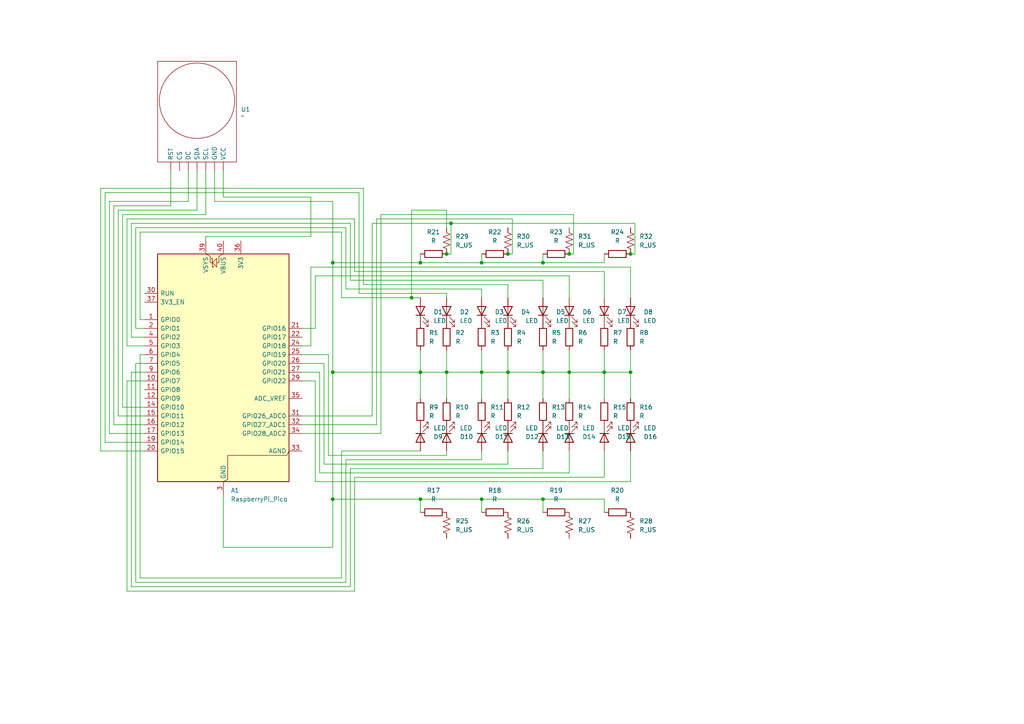
<source format=kicad_sch>
(kicad_sch (version 20250114) (generator "eeschema") (generator_version "9.0")
  (paper "A4")
  (lib_symbols
    (symbol "Device:LED" (pin_numbers (hide yes)) (pin_names (offset 1.016) (hide yes))
      (property "Reference" "D" (at 0 2.54 0))
      (property "Value" "LED" (at 0 -2.54 0))
      (symbol "LED_0_1"
        (polyline (pts (xy -3.048 -0.762) (xy -4.572 -2.286) (xy -3.81 -2.286) (xy -4.572 -2.286) (xy -4.572 -1.524)))
        (polyline (pts (xy -1.778 -0.762) (xy -3.302 -2.286) (xy -2.54 -2.286) (xy -3.302 -2.286) (xy -3.302 -1.524)))
        (polyline (pts (xy -1.27 0) (xy 1.27 0)))
        (polyline (pts (xy -1.27 -1.27) (xy -1.27 1.27)) (stroke (width 0.254)))
        (polyline (pts (xy 1.27 -1.27) (xy 1.27 1.27) (xy -1.27 0) (xy 1.27 -1.27)) (stroke (width 0.254)))
      )
      (symbol "LED_1_1"
        (pin passive line (at -3.81 0 0) (length 2.54) (name "K") (number "1"))
        (pin passive line (at 3.81 0 180) (length 2.54) (name "A") (number "2"))
      )
    )
    (symbol "Device:R" (pin_numbers (hide yes)) (pin_names (offset 0))
      (property "Reference" "R" (at 2.032 0 90))
      (property "Value" "R" (at 0 0 90))
      (symbol "R_0_1"
        (rectangle (start -1.016 -2.54) (end 1.016 2.54) (stroke (width 0.254)))
      )
      (symbol "R_1_1"
        (pin passive line (at 0 3.81 270) (length 1.27) (name "~") (number "1"))
        (pin passive line (at 0 -3.81 90) (length 1.27) (name "~") (number "2"))
      )
    )
    (symbol "Device:R_US" (pin_numbers (hide yes)) (pin_names (offset 0))
      (property "Reference" "R" (at 2.54 0 90))
      (property "Value" "R_US" (at -2.54 0 90))
      (symbol "R_US_0_1"
        (polyline (pts (xy 0 2.286) (xy 0 2.54)))
        (polyline (pts (xy 0 2.286) (xy 1.016 1.905) (xy 0 1.524) (xy -1.016 1.143) (xy 0 0.762)))
        (polyline (pts (xy 0 0.762) (xy 1.016 0.381) (xy 0 0) (xy -1.016 -0.381) (xy 0 -0.762)))
        (polyline (pts (xy 0 -0.762) (xy 1.016 -1.143) (xy 0 -1.524) (xy -1.016 -1.905) (xy 0 -2.286)))
        (polyline (pts (xy 0 -2.286) (xy 0 -2.54)))
      )
      (symbol "R_US_1_1"
        (pin passive line (at 0 3.81 270) (length 1.27) (name "~") (number "1"))
        (pin passive line (at 0 -3.81 90) (length 1.27) (name "~") (number "2"))
      )
    )
    (symbol "KS_Maker:gc9a01"
      (property "Reference" "U" (at 0 0 0))
      (symbol "gc9a01_0_1"
        (rectangle (start -11.43 17.78) (end 11.43 -11.43))
        (circle (center 0 6.35) (radius 10.925))
      )
      (symbol "gc9a01_1_1"
        (pin bidirectional line (at -7.62 -13.97 90) (length 2.54) (name "RST") (number ""))
        (pin bidirectional line (at -5.08 -13.97 90) (length 2.54) (name "CS") (number ""))
        (pin bidirectional line (at -2.54 -13.97 90) (length 2.54) (name "DC") (number ""))
        (pin bidirectional line (at 0 -13.97 90) (length 2.54) (name "SDA") (number ""))
        (pin bidirectional line (at 2.54 -13.97 90) (length 2.54) (name "SCL") (number ""))
        (pin bidirectional line (at 5.08 -13.97 90) (length 2.54) (name "GND") (number ""))
        (pin bidirectional line (at 7.62 -13.97 90) (length 2.54) (name "VCC") (number ""))
      )
    )
    (symbol "MCU_Module:RaspberryPi_Pico" (pin_names (offset 0.762))
      (property "Reference" "A" (at -19.05 35.56 0))
      (property "Value" "RaspberryPi_Pico" (at 7.62 35.56 0))
      (symbol "RaspberryPi_Pico_0_1"
        (rectangle (start -19.05 34.29) (end 19.05 -31.75) (stroke (width 0.254)) (fill (type background)))
        (polyline (pts (xy -5.08 34.29) (xy -3.81 33.655) (xy -3.81 31.75) (xy -3.175 31.75)))
        (polyline (pts (xy -3.429 32.766) (xy -3.429 33.02) (xy -3.175 33.02) (xy -3.175 30.48) (xy -2.921 30.48) (xy -2.921 30.734)))
        (polyline (pts (xy -3.175 31.75) (xy -1.905 33.02) (xy -1.905 30.48) (xy -3.175 31.75)))
        (polyline (pts (xy 0 34.29) (xy -1.27 33.655) (xy -1.27 31.75) (xy -1.905 31.75)))
        (polyline (pts (xy 0 -31.75) (xy 1.27 -31.115) (xy 1.27 -24.13) (xy 18.415 -24.13) (xy 19.05 -22.86)))
      )
      (symbol "RaspberryPi_Pico_1_1"
        (pin passive line (at -22.86 22.86 0) (length 3.81) (name "RUN") (number "30"))
        (pin passive line (at -22.86 20.32 0) (length 3.81) (name "3V3_EN") (number "37"))
        (pin bidirectional line (at -22.86 15.24 0) (length 3.81) (name "GPIO0") (number "1"))
        (pin bidirectional line (at -22.86 12.7 0) (length 3.81) (name "GPIO1") (number "2"))
        (pin bidirectional line (at -22.86 10.16 0) (length 3.81) (name "GPIO2") (number "4"))
        (pin bidirectional line (at -22.86 7.62 0) (length 3.81) (name "GPIO3") (number "5"))
        (pin bidirectional line (at -22.86 5.08 0) (length 3.81) (name "GPIO4") (number "6"))
        (pin bidirectional line (at -22.86 2.54 0) (length 3.81) (name "GPIO5") (number "7"))
        (pin bidirectional line (at -22.86 0 0) (length 3.81) (name "GPIO6") (number "9"))
        (pin bidirectional line (at -22.86 -2.54 0) (length 3.81) (name "GPIO7") (number "10"))
        (pin bidirectional line (at -22.86 -5.08 0) (length 3.81) (name "GPIO8") (number "11"))
        (pin bidirectional line (at -22.86 -7.62 0) (length 3.81) (name "GPIO9") (number "12"))
        (pin bidirectional line (at -22.86 -10.16 0) (length 3.81) (name "GPIO10") (number "14"))
        (pin bidirectional line (at -22.86 -12.7 0) (length 3.81) (name "GPIO11") (number "15"))
        (pin bidirectional line (at -22.86 -15.24 0) (length 3.81) (name "GPIO12") (number "16"))
        (pin bidirectional line (at -22.86 -17.78 0) (length 3.81) (name "GPIO13") (number "17"))
        (pin bidirectional line (at -22.86 -20.32 0) (length 3.81) (name "GPIO14") (number "19"))
        (pin bidirectional line (at -22.86 -22.86 0) (length 3.81) (name "GPIO15") (number "20"))
        (pin power_in line (at -5.08 38.1 270) (length 3.81) (name "VSYS") (number "39"))
        (pin power_out line (at 0 38.1 270) (length 3.81) (name "VBUS") (number "40"))
        (pin passive line (at 0 -35.56 90) (length 3.81) (hide yes) (name "GND") (number "13"))
        (pin passive line (at 0 -35.56 90) (length 3.81) (hide yes) (name "GND") (number "18"))
        (pin passive line (at 0 -35.56 90) (length 3.81) (hide yes) (name "GND") (number "23"))
        (pin passive line (at 0 -35.56 90) (length 3.81) (hide yes) (name "GND") (number "28"))
        (pin power_out line (at 0 -35.56 90) (length 3.81) (name "GND") (number "3"))
        (pin passive line (at 0 -35.56 90) (length 3.81) (hide yes) (name "GND") (number "38"))
        (pin passive line (at 0 -35.56 90) (length 3.81) (hide yes) (name "GND") (number "8"))
        (pin power_out line (at 5.08 38.1 270) (length 3.81) (name "3V3") (number "36"))
        (pin bidirectional line (at 22.86 12.7 180) (length 3.81) (name "GPIO16") (number "21"))
        (pin bidirectional line (at 22.86 10.16 180) (length 3.81) (name "GPIO17") (number "22"))
        (pin bidirectional line (at 22.86 7.62 180) (length 3.81) (name "GPIO18") (number "24"))
        (pin bidirectional line (at 22.86 5.08 180) (length 3.81) (name "GPIO19") (number "25"))
        (pin bidirectional line (at 22.86 2.54 180) (length 3.81) (name "GPIO20") (number "26"))
        (pin bidirectional line (at 22.86 0 180) (length 3.81) (name "GPIO21") (number "27"))
        (pin bidirectional line (at 22.86 -2.54 180) (length 3.81) (name "GPIO22") (number "29"))
        (pin power_in line (at 22.86 -7.62 180) (length 3.81) (name "ADC_VREF") (number "35"))
        (pin bidirectional line (at 22.86 -12.7 180) (length 3.81) (name "GPIO26_ADC0") (number "31"))
        (pin bidirectional line (at 22.86 -15.24 180) (length 3.81) (name "GPIO27_ADC1") (number "32"))
        (pin bidirectional line (at 22.86 -17.78 180) (length 3.81) (name "GPIO28_ADC2") (number "34"))
        (pin power_out line (at 22.86 -22.86 180) (length 3.81) (name "AGND") (number "33"))
      )
    )
  )
  (junction (at 96.52 107.95))
  (junction (at 139.7 76.2))
  (junction (at 139.7 107.95))
  (junction (at 182.88 107.95))
  (junction (at 147.32 73.66))
  (junction (at 165.1 107.95))
  (junction (at 129.54 107.95))
  (junction (at 96.52 144.78))
  (junction (at 165.1 73.66))
  (junction (at 139.7 144.78))
  (junction (at 157.48 144.78))
  (junction (at 121.92 144.78))
  (junction (at 182.88 73.66))
  (junction (at 119.38 86.36))
  (junction (at 121.92 107.95))
  (junction (at 130.81 64.77))
  (junction (at 121.92 76.2))
  (junction (at 147.32 107.95))
  (junction (at 96.52 76.2))
  (junction (at 157.48 107.95))
  (junction (at 129.54 73.66))
  (junction (at 157.48 76.2))
  (junction (at 175.26 107.95))
  (wire (pts (xy 175.26 138.43) (xy 175.26 130.81)))
  (wire (pts (xy 87.63 110.49) (xy 91.44 110.49)))
  (wire (pts (xy 93.98 105.41) (xy 93.98 134.62)))
  (wire (pts (xy 38.1 170.18) (xy 101.6 170.18)))
  (wire (pts (xy 175.26 78.74) (xy 175.26 86.36)))
  (wire (pts (xy 175.26 107.95) (xy 175.26 115.57)))
  (wire (pts (xy 129.54 60.96) (xy 129.54 66.04)))
  (wire (pts (xy 139.7 144.78) (xy 121.92 144.78)))
  (wire (pts (xy 39.37 168.91) (xy 39.37 105.41)))
  (wire (pts (xy 99.06 67.31) (xy 99.06 86.36)))
  (wire (pts (xy 148.59 73.66) (xy 147.32 73.66)))
  (wire (pts (xy 59.69 68.58) (xy 90.17 68.58)))
  (wire (pts (xy 148.59 63.5) (xy 148.59 73.66)))
  (wire (pts (xy 139.7 107.95) (xy 147.32 107.95)))
  (wire (pts (xy 36.83 63.5) (xy 102.87 63.5)))
  (wire (pts (xy 119.38 86.36) (xy 119.38 60.96)))
  (wire (pts (xy 101.6 81.28) (xy 157.48 81.28)))
  (wire (pts (xy 39.37 105.41) (xy 41.91 105.41)))
  (wire (pts (xy 165.1 107.95) (xy 175.26 107.95)))
  (wire (pts (xy 29.21 130.81) (xy 29.21 54.61)))
  (wire (pts (xy 40.64 167.64) (xy 99.06 167.64)))
  (wire (pts (xy 96.52 76.2) (xy 96.52 107.95)))
  (wire (pts (xy 100.33 133.35) (xy 100.33 168.91)))
  (wire (pts (xy 175.26 144.78) (xy 157.48 144.78)))
  (wire (pts (xy 100.33 168.91) (xy 39.37 168.91)))
  (wire (pts (xy 41.91 107.95) (xy 38.1 107.95)))
  (wire (pts (xy 129.54 85.09) (xy 129.54 86.36)))
  (wire (pts (xy 129.54 101.6) (xy 129.54 107.95)))
  (wire (pts (xy 41.91 100.33) (xy 36.83 100.33)))
  (wire (pts (xy 31.75 58.42) (xy 54.61 58.42)))
  (wire (pts (xy 95.25 132.08) (xy 129.54 132.08)))
  (wire (pts (xy 182.88 77.47) (xy 182.88 86.36)))
  (wire (pts (xy 93.98 134.62) (xy 147.32 134.62)))
  (wire (pts (xy 29.21 54.61) (xy 105.41 54.61)))
  (wire (pts (xy 41.91 102.87) (xy 40.64 102.87)))
  (wire (pts (xy 41.91 128.27) (xy 30.48 128.27)))
  (wire (pts (xy 41.91 120.65) (xy 34.29 120.65)))
  (wire (pts (xy 64.77 143.51) (xy 64.77 158.75)))
  (wire (pts (xy 54.61 58.42) (xy 54.61 49.53)))
  (wire (pts (xy 64.77 158.75) (xy 96.52 158.75)))
  (wire (pts (xy 157.48 81.28) (xy 157.48 86.36)))
  (wire (pts (xy 157.48 101.6) (xy 157.48 107.95)))
  (wire (pts (xy 139.7 107.95) (xy 139.7 115.57)))
  (wire (pts (xy 165.1 107.95) (xy 165.1 115.57)))
  (wire (pts (xy 41.91 118.11) (xy 35.56 118.11)))
  (wire (pts (xy 109.22 123.19) (xy 109.22 63.5)))
  (wire (pts (xy 41.91 97.79) (xy 38.1 97.79)))
  (wire (pts (xy 59.69 68.58) (xy 59.69 69.85)))
  (wire (pts (xy 130.81 64.77) (xy 130.81 73.66)))
  (wire (pts (xy 139.7 148.59) (xy 139.7 144.78)))
  (wire (pts (xy 90.17 57.15) (xy 90.17 68.58)))
  (wire (pts (xy 157.48 107.95) (xy 165.1 107.95)))
  (wire (pts (xy 87.63 100.33) (xy 90.17 100.33)))
  (wire (pts (xy 184.15 73.66) (xy 184.15 64.77)))
  (wire (pts (xy 96.52 107.95) (xy 121.92 107.95)))
  (wire (pts (xy 33.02 123.19) (xy 33.02 59.69)))
  (wire (pts (xy 38.1 64.77) (xy 101.6 64.77)))
  (wire (pts (xy 99.06 167.64) (xy 99.06 130.81)))
  (wire (pts (xy 104.14 85.09) (xy 129.54 85.09)))
  (wire (pts (xy 100.33 83.82) (xy 139.7 83.82)))
  (wire (pts (xy 182.88 101.6) (xy 182.88 107.95)))
  (wire (pts (xy 101.6 170.18) (xy 101.6 135.89)))
  (wire (pts (xy 87.63 105.41) (xy 93.98 105.41)))
  (wire (pts (xy 96.52 76.2) (xy 121.92 76.2)))
  (wire (pts (xy 182.88 107.95) (xy 182.88 115.57)))
  (wire (pts (xy 91.44 80.01) (xy 165.1 80.01)))
  (wire (pts (xy 35.56 62.23) (xy 59.69 62.23)))
  (wire (pts (xy 95.25 102.87) (xy 95.25 132.08)))
  (wire (pts (xy 36.83 171.45) (xy 102.87 171.45)))
  (wire (pts (xy 96.52 107.95) (xy 96.52 144.78)))
  (wire (pts (xy 34.29 120.65) (xy 34.29 60.96)))
  (wire (pts (xy 90.17 57.15) (xy 64.77 57.15)))
  (wire (pts (xy 90.17 77.47) (xy 182.88 77.47)))
  (wire (pts (xy 40.64 102.87) (xy 40.64 167.64)))
  (wire (pts (xy 139.7 133.35) (xy 100.33 133.35)))
  (wire (pts (xy 157.48 76.2) (xy 139.7 76.2)))
  (wire (pts (xy 129.54 107.95) (xy 129.54 115.57)))
  (wire (pts (xy 166.37 73.66) (xy 165.1 73.66)))
  (wire (pts (xy 165.1 80.01) (xy 165.1 86.36)))
  (wire (pts (xy 96.52 144.78) (xy 121.92 144.78)))
  (wire (pts (xy 104.14 55.88) (xy 104.14 85.09)))
  (wire (pts (xy 119.38 60.96) (xy 129.54 60.96)))
  (wire (pts (xy 129.54 132.08) (xy 129.54 130.81)))
  (wire (pts (xy 87.63 95.25) (xy 91.44 95.25)))
  (wire (pts (xy 35.56 118.11) (xy 35.56 62.23)))
  (wire (pts (xy 175.26 148.59) (xy 175.26 144.78)))
  (wire (pts (xy 101.6 135.89) (xy 157.48 135.89)))
  (wire (pts (xy 147.32 82.55) (xy 147.32 86.36)))
  (wire (pts (xy 96.52 158.75) (xy 96.52 144.78)))
  (wire (pts (xy 139.7 83.82) (xy 139.7 86.36)))
  (wire (pts (xy 87.63 120.65) (xy 107.95 120.65)))
  (wire (pts (xy 57.15 60.96) (xy 57.15 49.53)))
  (wire (pts (xy 41.91 92.71) (xy 40.64 92.71)))
  (wire (pts (xy 41.91 125.73) (xy 31.75 125.73)))
  (wire (pts (xy 175.26 73.66) (xy 175.26 76.2)))
  (wire (pts (xy 102.87 78.74) (xy 175.26 78.74)))
  (wire (pts (xy 59.69 62.23) (xy 59.69 49.53)))
  (wire (pts (xy 129.54 107.95) (xy 139.7 107.95)))
  (wire (pts (xy 147.32 101.6) (xy 147.32 107.95)))
  (wire (pts (xy 165.1 137.16) (xy 165.1 130.81)))
  (wire (pts (xy 139.7 76.2) (xy 121.92 76.2)))
  (wire (pts (xy 87.63 107.95) (xy 92.71 107.95)))
  (wire (pts (xy 36.83 110.49) (xy 36.83 171.45)))
  (wire (pts (xy 39.37 66.04) (xy 100.33 66.04)))
  (wire (pts (xy 38.1 97.79) (xy 38.1 64.77)))
  (wire (pts (xy 182.88 73.66) (xy 184.15 73.66)))
  (wire (pts (xy 165.1 101.6) (xy 165.1 107.95)))
  (wire (pts (xy 121.92 107.95) (xy 129.54 107.95)))
  (wire (pts (xy 119.38 86.36) (xy 121.92 86.36)))
  (wire (pts (xy 92.71 137.16) (xy 165.1 137.16)))
  (wire (pts (xy 41.91 130.81) (xy 29.21 130.81)))
  (wire (pts (xy 62.23 49.53) (xy 62.23 58.42)))
  (wire (pts (xy 147.32 134.62) (xy 147.32 130.81)))
  (wire (pts (xy 121.92 107.95) (xy 121.92 115.57)))
  (wire (pts (xy 110.49 62.23) (xy 166.37 62.23)))
  (wire (pts (xy 107.95 64.77) (xy 130.81 64.77)))
  (wire (pts (xy 166.37 62.23) (xy 166.37 73.66)))
  (wire (pts (xy 109.22 63.5) (xy 148.59 63.5)))
  (wire (pts (xy 41.91 110.49) (xy 36.83 110.49)))
  (wire (pts (xy 33.02 59.69) (xy 49.53 59.69)))
  (wire (pts (xy 40.64 67.31) (xy 99.06 67.31)))
  (wire (pts (xy 184.15 64.77) (xy 130.81 64.77)))
  (wire (pts (xy 87.63 123.19) (xy 109.22 123.19)))
  (wire (pts (xy 99.06 130.81) (xy 121.92 130.81)))
  (wire (pts (xy 34.29 60.96) (xy 57.15 60.96)))
  (wire (pts (xy 130.81 73.66) (xy 129.54 73.66)))
  (wire (pts (xy 101.6 64.77) (xy 101.6 81.28)))
  (wire (pts (xy 87.63 125.73) (xy 110.49 125.73)))
  (wire (pts (xy 64.77 57.15) (xy 64.77 49.53)))
  (wire (pts (xy 107.95 120.65) (xy 107.95 64.77)))
  (wire (pts (xy 36.83 100.33) (xy 36.83 63.5)))
  (wire (pts (xy 105.41 54.61) (xy 105.41 82.55)))
  (wire (pts (xy 91.44 95.25) (xy 91.44 80.01)))
  (wire (pts (xy 157.48 107.95) (xy 157.48 115.57)))
  (wire (pts (xy 157.48 148.59) (xy 157.48 144.78)))
  (wire (pts (xy 175.26 76.2) (xy 157.48 76.2)))
  (wire (pts (xy 30.48 128.27) (xy 30.48 55.88)))
  (wire (pts (xy 99.06 86.36) (xy 119.38 86.36)))
  (wire (pts (xy 175.26 101.6) (xy 175.26 107.95)))
  (wire (pts (xy 90.17 100.33) (xy 90.17 77.47)))
  (wire (pts (xy 38.1 107.95) (xy 38.1 170.18)))
  (wire (pts (xy 147.32 107.95) (xy 147.32 115.57)))
  (wire (pts (xy 110.49 125.73) (xy 110.49 62.23)))
  (wire (pts (xy 100.33 66.04) (xy 100.33 83.82)))
  (wire (pts (xy 121.92 101.6) (xy 121.92 107.95)))
  (wire (pts (xy 147.32 107.95) (xy 157.48 107.95)))
  (wire (pts (xy 91.44 110.49) (xy 91.44 139.7)))
  (wire (pts (xy 182.88 139.7) (xy 182.88 130.81)))
  (wire (pts (xy 121.92 73.66) (xy 121.92 76.2)))
  (wire (pts (xy 139.7 130.81) (xy 139.7 133.35)))
  (wire (pts (xy 139.7 73.66) (xy 139.7 76.2)))
  (wire (pts (xy 139.7 101.6) (xy 139.7 107.95)))
  (wire (pts (xy 39.37 95.25) (xy 39.37 66.04)))
  (wire (pts (xy 96.52 58.42) (xy 96.52 76.2)))
  (wire (pts (xy 31.75 125.73) (xy 31.75 58.42)))
  (wire (pts (xy 102.87 63.5) (xy 102.87 78.74)))
  (wire (pts (xy 30.48 55.88) (xy 104.14 55.88)))
  (wire (pts (xy 92.71 107.95) (xy 92.71 137.16)))
  (wire (pts (xy 157.48 135.89) (xy 157.48 130.81)))
  (wire (pts (xy 91.44 139.7) (xy 182.88 139.7)))
  (wire (pts (xy 87.63 102.87) (xy 95.25 102.87)))
  (wire (pts (xy 41.91 95.25) (xy 39.37 95.25)))
  (wire (pts (xy 105.41 82.55) (xy 147.32 82.55)))
  (wire (pts (xy 49.53 59.69) (xy 49.53 49.53)))
  (wire (pts (xy 102.87 138.43) (xy 175.26 138.43)))
  (wire (pts (xy 157.48 73.66) (xy 157.48 76.2)))
  (wire (pts (xy 121.92 148.59) (xy 121.92 144.78)))
  (wire (pts (xy 40.64 92.71) (xy 40.64 67.31)))
  (wire (pts (xy 62.23 58.42) (xy 96.52 58.42)))
  (wire (pts (xy 41.91 123.19) (xy 33.02 123.19)))
  (wire (pts (xy 102.87 171.45) (xy 102.87 138.43)))
  (wire (pts (xy 175.26 107.95) (xy 182.88 107.95)))
  (wire (pts (xy 157.48 144.78) (xy 139.7 144.78)))
  (symbol (lib_id "Device:LED") (at 129.54 127 90) (mirror x) (unit 1)
    (property "Reference" "D10" (at 133.35 126.6826 90) (effects (justify right)))
    (property "Value" "LED" (at 133.35 124.1426 90) (effects (justify right)))
    (property "Description" "Light emitting diode" (effects (hide yes)))
    (property "Sim.Pins" "1=K 2=A" (effects (hide yes)))
  )
  (symbol (lib_id "Device:R") (at 175.26 97.79 0) (unit 1)
    (property "Reference" "R7" (at 177.8 96.5199 0) (effects (justify left)))
    (property "Value" "R" (at 177.8 99.0599 0) (effects (justify left)))
    (property "Description" "Resistor" (effects (hide yes)))
  )
  (symbol (lib_id "Device:R") (at 157.48 119.38 0) (unit 1)
    (property "Reference" "R13" (at 160.02 118.1099 0) (effects (justify left)))
    (property "Value" "R" (at 160.02 120.6499 0) (effects (justify left)))
    (property "Description" "Resistor" (effects (hide yes)))
  )
  (symbol (lib_id "Device:R") (at 165.1 97.79 0) (unit 1)
    (property "Reference" "R6" (at 167.64 96.5199 0) (effects (justify left)))
    (property "Value" "R" (at 167.64 99.0599 0) (effects (justify left)))
    (property "Description" "Resistor" (effects (hide yes)))
  )
  (symbol (lib_id "Device:R") (at 165.1 119.38 0) (unit 1)
    (property "Reference" "R14" (at 167.64 118.1099 0) (effects (justify left)))
    (property "Value" "R" (at 167.64 120.6499 0) (effects (justify left)))
    (property "Description" "Resistor" (effects (hide yes)))
  )
  (symbol (lib_id "Device:LED") (at 147.32 127 90) (mirror x) (unit 1)
    (property "Reference" "D12" (at 152.4 126.6826 90) (effects (justify right)))
    (property "Value" "LED" (at 152.4 124.1426 90) (effects (justify right)))
    (property "Description" "Light emitting diode" (effects (hide yes)))
    (property "Sim.Pins" "1=K 2=A" (effects (hide yes)))
  )
  (symbol (lib_id "Device:R") (at 143.51 73.66 90) (unit 1)
    (property "Reference" "R22" (at 143.51 67.31 90))
    (property "Value" "R" (at 143.51 69.85 90))
    (property "Description" "Resistor" (effects (hide yes)))
  )
  (symbol (lib_id "Device:R") (at 182.88 119.38 0) (unit 1)
    (property "Reference" "R16" (at 185.42 118.1099 0) (effects (justify left)))
    (property "Value" "R" (at 185.42 120.6499 0) (effects (justify left)))
    (property "Description" "Resistor" (effects (hide yes)))
  )
  (symbol (lib_id "Device:R_US") (at 165.1 69.85 0) (unit 1)
    (property "Reference" "R31" (at 167.64 68.5799 0) (effects (justify left)))
    (property "Value" "R_US" (at 167.64 71.1199 0) (effects (justify left)))
    (property "Description" "Resistor, US symbol" (effects (hide yes)))
  )
  (symbol (lib_id "Device:LED") (at 157.48 127 90) (mirror x) (unit 1)
    (property "Reference" "D13" (at 161.29 126.6826 90) (effects (justify right)))
    (property "Value" "LED" (at 161.29 124.1426 90) (effects (justify right)))
    (property "Description" "Light emitting diode" (effects (hide yes)))
    (property "Sim.Pins" "1=K 2=A" (effects (hide yes)))
  )
  (symbol (lib_id "Device:R") (at 161.29 73.66 90) (unit 1)
    (property "Reference" "R23" (at 161.29 67.31 90))
    (property "Value" "R" (at 161.29 69.85 90))
    (property "Description" "Resistor" (effects (hide yes)))
  )
  (symbol (lib_id "MCU_Module:RaspberryPi_Pico") (at 64.77 107.95 0) (unit 1)
    (property "Reference" "A1" (at 66.9133 142.24 0) (effects (justify left)))
    (property "Value" "RaspberryPi_Pico" (at 66.9133 144.78 0) (effects (justify left)))
    (property "Footprint" "Module:RaspberryPi_Pico_Common_Unspecified" (effects (hide yes)))
    (property "Datasheet" "https://datasheets.raspberrypi.com/pico/pico-datasheet.pdf" (effects (hide yes)))
    (property "Description" "Versatile and inexpensive microcontroller module powered by RP2040 dual-core Arm Cortex-M0+ processor up to 133 MHz, 264kB SRAM, 2MB QSPI flash; also supports Raspberry Pi Pico 2" (effects (hide yes)))
  )
  (symbol (lib_id "Device:R_US") (at 182.88 69.85 0) (unit 1)
    (property "Reference" "R32" (at 185.42 68.5799 0) (effects (justify left)))
    (property "Value" "R_US" (at 185.42 71.1199 0) (effects (justify left)))
    (property "Description" "Resistor, US symbol" (effects (hide yes)))
  )
  (symbol (lib_id "Device:R") (at 139.7 97.79 0) (unit 1)
    (property "Reference" "R3" (at 142.24 96.5199 0) (effects (justify left)))
    (property "Value" "R" (at 142.24 99.0599 0) (effects (justify left)))
    (property "Description" "Resistor" (effects (hide yes)))
  )
  (symbol (lib_id "Device:LED") (at 129.54 90.17 90) (unit 1)
    (property "Reference" "D2" (at 133.35 90.4874 90) (effects (justify right)))
    (property "Value" "LED" (at 133.35 93.0274 90) (effects (justify right)))
    (property "Description" "Light emitting diode" (effects (hide yes)))
    (property "Sim.Pins" "1=K 2=A" (effects (hide yes)))
  )
  (symbol (lib_id "Device:R_US") (at 129.54 69.85 0) (unit 1)
    (property "Reference" "R29" (at 132.08 68.5799 0) (effects (justify left)))
    (property "Value" "R_US" (at 132.08 71.1199 0) (effects (justify left)))
    (property "Description" "Resistor, US symbol" (effects (hide yes)))
  )
  (symbol (lib_id "Device:R_US") (at 182.88 152.4 0) (unit 1)
    (property "Reference" "R28" (at 185.42 151.1299 0) (effects (justify left)))
    (property "Value" "R_US" (at 185.42 153.6699 0) (effects (justify left)))
    (property "Description" "Resistor, US symbol" (effects (hide yes)))
  )
  (symbol (lib_id "Device:R") (at 143.51 148.59 90) (unit 1)
    (property "Reference" "R18" (at 143.51 142.24 90))
    (property "Value" "R" (at 143.51 144.78 90))
    (property "Description" "Resistor" (effects (hide yes)))
  )
  (symbol (lib_id "Device:LED") (at 165.1 90.17 90) (unit 1)
    (property "Reference" "D6" (at 168.91 90.4874 90) (effects (justify right)))
    (property "Value" "LED" (at 168.91 93.0274 90) (effects (justify right)))
    (property "Description" "Light emitting diode" (effects (hide yes)))
    (property "Sim.Pins" "1=K 2=A" (effects (hide yes)))
  )
  (symbol (lib_id "Device:R") (at 182.88 97.79 0) (unit 1)
    (property "Reference" "R8" (at 185.42 96.5199 0) (effects (justify left)))
    (property "Value" "R" (at 185.42 99.0599 0) (effects (justify left)))
    (property "Description" "Resistor" (effects (hide yes)))
  )
  (symbol (lib_id "Device:R") (at 121.92 119.38 0) (unit 1)
    (property "Reference" "R9" (at 124.46 118.1099 0) (effects (justify left)))
    (property "Value" "R" (at 124.46 120.6499 0) (effects (justify left)))
    (property "Description" "Resistor" (effects (hide yes)))
  )
  (symbol (lib_id "Device:LED") (at 139.7 127 90) (mirror x) (unit 1)
    (property "Reference" "D11" (at 143.51 126.6826 90) (effects (justify right)))
    (property "Value" "LED" (at 143.51 124.1426 90) (effects (justify right)))
    (property "Description" "Light emitting diode" (effects (hide yes)))
    (property "Sim.Pins" "1=K 2=A" (effects (hide yes)))
  )
  (symbol (lib_id "Device:LED") (at 139.7 90.17 90) (unit 1)
    (property "Reference" "D3" (at 143.51 90.4874 90) (effects (justify right)))
    (property "Value" "LED" (at 143.51 93.0274 90) (effects (justify right)))
    (property "Description" "Light emitting diode" (effects (hide yes)))
    (property "Sim.Pins" "1=K 2=A" (effects (hide yes)))
  )
  (symbol (lib_id "Device:R") (at 179.07 73.66 90) (unit 1)
    (property "Reference" "R24" (at 179.07 67.31 90))
    (property "Value" "R" (at 179.07 69.85 90))
    (property "Description" "Resistor" (effects (hide yes)))
  )
  (symbol (lib_id "Device:LED") (at 175.26 90.17 90) (unit 1)
    (property "Reference" "D7" (at 179.07 90.4874 90) (effects (justify right)))
    (property "Value" "LED" (at 179.07 93.0274 90) (effects (justify right)))
    (property "Description" "Light emitting diode" (effects (hide yes)))
    (property "Sim.Pins" "1=K 2=A" (effects (hide yes)))
  )
  (symbol (lib_id "Device:R") (at 139.7 119.38 0) (unit 1)
    (property "Reference" "R11" (at 142.24 118.1099 0) (effects (justify left)))
    (property "Value" "R" (at 142.24 120.6499 0) (effects (justify left)))
    (property "Description" "Resistor" (effects (hide yes)))
  )
  (symbol (lib_id "Device:R") (at 175.26 119.38 0) (unit 1)
    (property "Reference" "R15" (at 177.8 118.1099 0) (effects (justify left)))
    (property "Value" "R" (at 177.8 120.6499 0) (effects (justify left)))
    (property "Description" "Resistor" (effects (hide yes)))
  )
  (symbol (lib_id "Device:LED") (at 121.92 90.17 90) (unit 1)
    (property "Reference" "D1" (at 125.73 90.4874 90) (effects (justify right)))
    (property "Value" "LED" (at 125.73 93.0274 90) (effects (justify right)))
    (property "Description" "Light emitting diode" (effects (hide yes)))
    (property "Sim.Pins" "1=K 2=A" (effects (hide yes)))
  )
  (symbol (lib_id "Device:R") (at 121.92 97.79 0) (unit 1)
    (property "Reference" "R1" (at 124.46 96.5199 0) (effects (justify left)))
    (property "Value" "R" (at 124.46 99.0599 0) (effects (justify left)))
    (property "Description" "Resistor" (effects (hide yes)))
  )
  (symbol (lib_id "Device:R_US") (at 165.1 152.4 0) (unit 1)
    (property "Reference" "R27" (at 167.64 151.1299 0) (effects (justify left)))
    (property "Value" "R_US" (at 167.64 153.6699 0) (effects (justify left)))
    (property "Description" "Resistor, US symbol" (effects (hide yes)))
  )
  (symbol (lib_id "Device:R_US") (at 147.32 69.85 0) (unit 1)
    (property "Reference" "R30" (at 149.86 68.5799 0) (effects (justify left)))
    (property "Value" "R_US" (at 149.86 71.1199 0) (effects (justify left)))
    (property "Description" "Resistor, US symbol" (effects (hide yes)))
  )
  (symbol (lib_id "Device:R") (at 125.73 148.59 90) (unit 1)
    (property "Reference" "R17" (at 125.73 142.24 90))
    (property "Value" "R" (at 125.73 144.78 90))
    (property "Description" "Resistor" (effects (hide yes)))
  )
  (symbol (lib_id "Device:R") (at 147.32 119.38 0) (unit 1)
    (property "Reference" "R12" (at 149.86 118.1099 0) (effects (justify left)))
    (property "Value" "R" (at 149.86 120.6499 0) (effects (justify left)))
    (property "Description" "Resistor" (effects (hide yes)))
  )
  (symbol (lib_id "Device:R") (at 147.32 97.79 0) (unit 1)
    (property "Reference" "R4" (at 149.86 96.5199 0) (effects (justify left)))
    (property "Value" "R" (at 149.86 99.0599 0) (effects (justify left)))
    (property "Description" "Resistor" (effects (hide yes)))
  )
  (symbol (lib_id "KS_Maker:gc9a01") (at 57.15 35.56 0) (unit 1)
    (property "Reference" "U1" (at 69.85 31.7499 0) (effects (justify left)))
    (property "Value" "~" (at 69.85 33.655 0) (effects (justify left)))
  )
  (symbol (lib_id "Device:LED") (at 175.26 127 90) (mirror x) (unit 1)
    (property "Reference" "D15" (at 179.07 126.6826 90) (effects (justify right)))
    (property "Value" "LED" (at 179.07 124.1426 90) (effects (justify right)))
    (property "Description" "Light emitting diode" (effects (hide yes)))
    (property "Sim.Pins" "1=K 2=A" (effects (hide yes)))
  )
  (symbol (lib_id "Device:R") (at 129.54 119.38 0) (unit 1)
    (property "Reference" "R10" (at 132.08 118.1099 0) (effects (justify left)))
    (property "Value" "R" (at 132.08 120.6499 0) (effects (justify left)))
    (property "Description" "Resistor" (effects (hide yes)))
  )
  (symbol (lib_id "Device:LED") (at 182.88 127 90) (mirror x) (unit 1)
    (property "Reference" "D16" (at 186.69 126.6826 90) (effects (justify right)))
    (property "Value" "LED" (at 186.69 124.1426 90) (effects (justify right)))
    (property "Description" "Light emitting diode" (effects (hide yes)))
    (property "Sim.Pins" "1=K 2=A" (effects (hide yes)))
  )
  (symbol (lib_id "Device:R") (at 179.07 148.59 90) (unit 1)
    (property "Reference" "R20" (at 179.07 142.24 90))
    (property "Value" "R" (at 179.07 144.78 90))
    (property "Description" "Resistor" (effects (hide yes)))
  )
  (symbol (lib_id "Device:LED") (at 147.32 90.17 90) (unit 1)
    (property "Reference" "D4" (at 151.13 90.4874 90) (effects (justify right)))
    (property "Value" "LED" (at 152.4 93.0274 90) (effects (justify right)))
    (property "Description" "Light emitting diode" (effects (hide yes)))
    (property "Sim.Pins" "1=K 2=A" (effects (hide yes)))
  )
  (symbol (lib_id "Device:LED") (at 157.48 90.17 90) (unit 1)
    (property "Reference" "D5" (at 161.29 90.4874 90) (effects (justify right)))
    (property "Value" "LED" (at 161.29 93.0274 90) (effects (justify right)))
    (property "Description" "Light emitting diode" (effects (hide yes)))
    (property "Sim.Pins" "1=K 2=A" (effects (hide yes)))
  )
  (symbol (lib_id "Device:R") (at 157.48 97.79 0) (unit 1)
    (property "Reference" "R5" (at 160.02 96.5199 0) (effects (justify left)))
    (property "Value" "R" (at 160.02 99.0599 0) (effects (justify left)))
    (property "Description" "Resistor" (effects (hide yes)))
  )
  (symbol (lib_id "Device:R") (at 125.73 73.66 90) (unit 1)
    (property "Reference" "R21" (at 125.73 67.31 90))
    (property "Value" "R" (at 125.73 69.85 90))
    (property "Description" "Resistor" (effects (hide yes)))
  )
  (symbol (lib_id "Device:R") (at 129.54 97.79 0) (unit 1)
    (property "Reference" "R2" (at 132.08 96.5199 0) (effects (justify left)))
    (property "Value" "R" (at 132.08 99.0599 0) (effects (justify left)))
    (property "Description" "Resistor" (effects (hide yes)))
  )
  (symbol (lib_id "Device:LED") (at 121.92 127 90) (mirror x) (unit 1)
    (property "Reference" "D9" (at 125.73 126.6826 90) (effects (justify right)))
    (property "Value" "LED" (at 125.73 124.1426 90) (effects (justify right)))
    (property "Description" "Light emitting diode" (effects (hide yes)))
    (property "Sim.Pins" "1=K 2=A" (effects (hide yes)))
  )
  (symbol (lib_id "Device:R") (at 161.29 148.59 90) (unit 1)
    (property "Reference" "R19" (at 161.29 142.24 90))
    (property "Value" "R" (at 161.29 144.78 90))
    (property "Description" "Resistor" (effects (hide yes)))
  )
  (symbol (lib_id "Device:R_US") (at 147.32 152.4 0) (unit 1)
    (property "Reference" "R26" (at 149.86 151.1299 0) (effects (justify left)))
    (property "Value" "R_US" (at 149.86 153.6699 0) (effects (justify left)))
    (property "Description" "Resistor, US symbol" (effects (hide yes)))
  )
  (symbol (lib_id "Device:LED") (at 182.88 90.17 90) (unit 1)
    (property "Reference" "D8" (at 186.69 90.4874 90) (effects (justify right)))
    (property "Value" "LED" (at 186.69 93.0274 90) (effects (justify right)))
    (property "Description" "Light emitting diode" (effects (hide yes)))
    (property "Sim.Pins" "1=K 2=A" (effects (hide yes)))
  )
  (symbol (lib_id "Device:R_US") (at 129.54 152.4 0) (unit 1)
    (property "Reference" "R25" (at 132.08 151.1299 0) (effects (justify left)))
    (property "Value" "R_US" (at 132.08 153.6699 0) (effects (justify left)))
    (property "Description" "Resistor, US symbol" (effects (hide yes)))
  )
  (symbol (lib_id "Device:LED") (at 165.1 127 90) (mirror x) (unit 1)
    (property "Reference" "D14" (at 168.91 126.6826 90) (effects (justify right)))
    (property "Value" "LED" (at 168.91 124.1426 90) (effects (justify right)))
    (property "Description" "Light emitting diode" (effects (hide yes)))
    (property "Sim.Pins" "1=K 2=A" (effects (hide yes)))
  )
)
</source>
